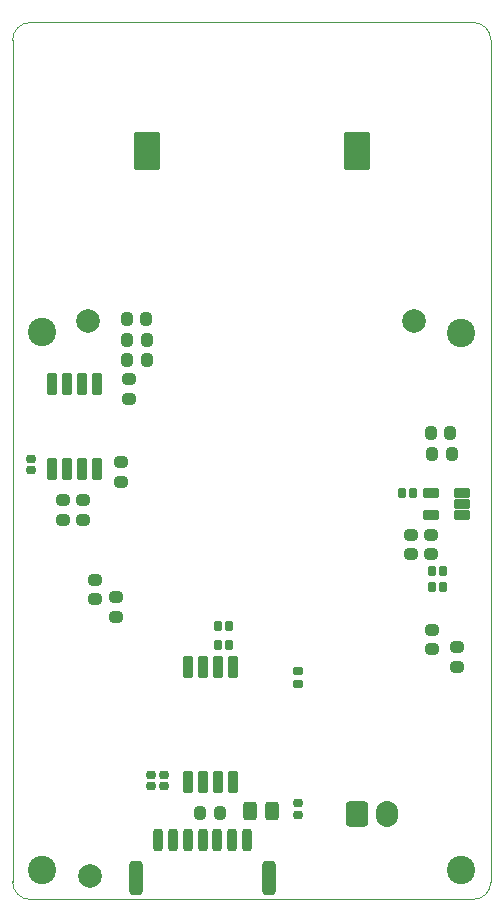
<source format=gbr>
%TF.GenerationSoftware,KiCad,Pcbnew,(7.0.0)*%
%TF.CreationDate,2023-07-13T15:07:20+05:30*%
%TF.ProjectId,EMO current sense INA190,454d4f20-6375-4727-9265-6e742073656e,1*%
%TF.SameCoordinates,Original*%
%TF.FileFunction,Soldermask,Bot*%
%TF.FilePolarity,Negative*%
%FSLAX46Y46*%
G04 Gerber Fmt 4.6, Leading zero omitted, Abs format (unit mm)*
G04 Created by KiCad (PCBNEW (7.0.0)) date 2023-07-13 15:07:20*
%MOMM*%
%LPD*%
G01*
G04 APERTURE LIST*
G04 Aperture macros list*
%AMRoundRect*
0 Rectangle with rounded corners*
0 $1 Rounding radius*
0 $2 $3 $4 $5 $6 $7 $8 $9 X,Y pos of 4 corners*
0 Add a 4 corners polygon primitive as box body*
4,1,4,$2,$3,$4,$5,$6,$7,$8,$9,$2,$3,0*
0 Add four circle primitives for the rounded corners*
1,1,$1+$1,$2,$3*
1,1,$1+$1,$4,$5*
1,1,$1+$1,$6,$7*
1,1,$1+$1,$8,$9*
0 Add four rect primitives between the rounded corners*
20,1,$1+$1,$2,$3,$4,$5,0*
20,1,$1+$1,$4,$5,$6,$7,0*
20,1,$1+$1,$6,$7,$8,$9,0*
20,1,$1+$1,$8,$9,$2,$3,0*%
G04 Aperture macros list end*
%ADD10C,2.400000*%
%ADD11RoundRect,0.100000X1.000000X1.500000X-1.000000X1.500000X-1.000000X-1.500000X1.000000X-1.500000X0*%
%ADD12RoundRect,0.100000X-1.000000X-1.500000X1.000000X-1.500000X1.000000X1.500000X-1.000000X1.500000X0*%
%ADD13RoundRect,0.300000X-0.275000X0.200000X-0.275000X-0.200000X0.275000X-0.200000X0.275000X0.200000X0*%
%ADD14RoundRect,0.240000X-0.140000X-0.170000X0.140000X-0.170000X0.140000X0.170000X-0.140000X0.170000X0*%
%ADD15RoundRect,0.240000X0.170000X-0.140000X0.170000X0.140000X-0.170000X0.140000X-0.170000X-0.140000X0*%
%ADD16RoundRect,0.100000X0.325000X0.825000X-0.325000X0.825000X-0.325000X-0.825000X0.325000X-0.825000X0*%
%ADD17RoundRect,0.250000X0.150000X0.700000X-0.150000X0.700000X-0.150000X-0.700000X0.150000X-0.700000X0*%
%ADD18RoundRect,0.350000X0.250000X1.100000X-0.250000X1.100000X-0.250000X-1.100000X0.250000X-1.100000X0*%
%ADD19RoundRect,0.300000X-0.200000X-0.275000X0.200000X-0.275000X0.200000X0.275000X-0.200000X0.275000X0*%
%ADD20RoundRect,0.240000X-0.170000X0.140000X-0.170000X-0.140000X0.170000X-0.140000X0.170000X0.140000X0*%
%ADD21C,2.000000*%
%ADD22RoundRect,0.100000X0.325000X0.800000X-0.325000X0.800000X-0.325000X-0.800000X0.325000X-0.800000X0*%
%ADD23RoundRect,0.300000X0.200000X0.275000X-0.200000X0.275000X-0.200000X-0.275000X0.200000X-0.275000X0*%
%ADD24RoundRect,0.100000X0.575000X-0.300000X0.575000X0.300000X-0.575000X0.300000X-0.575000X-0.300000X0*%
%ADD25RoundRect,0.300000X0.275000X-0.200000X0.275000X0.200000X-0.275000X0.200000X-0.275000X-0.200000X0*%
%ADD26RoundRect,0.235000X-0.185000X0.135000X-0.185000X-0.135000X0.185000X-0.135000X0.185000X0.135000X0*%
%ADD27RoundRect,0.350000X-0.600000X-0.750000X0.600000X-0.750000X0.600000X0.750000X-0.600000X0.750000X0*%
%ADD28O,1.900000X2.200000*%
%ADD29RoundRect,0.240000X0.140000X0.170000X-0.140000X0.170000X-0.140000X-0.170000X0.140000X-0.170000X0*%
%ADD30RoundRect,0.350000X0.262500X0.450000X-0.262500X0.450000X-0.262500X-0.450000X0.262500X-0.450000X0*%
%TA.AperFunction,Profile*%
%ADD31C,0.100000*%
%TD*%
G04 APERTURE END LIST*
D10*
%TO.C,H2*%
X191480000Y-98230000D03*
%TD*%
%TO.C,H1*%
X156030000Y-98230000D03*
%TD*%
%TO.C,H3*%
X191470000Y-52780000D03*
%TD*%
%TO.C,H4*%
X156020000Y-52720000D03*
%TD*%
D11*
%TO.C,J2*%
X182650000Y-37390000D03*
D12*
X164850000Y-37340000D03*
%TD*%
D13*
%TO.C,R13*%
X191160000Y-79415000D03*
X191160000Y-81065000D03*
%TD*%
D14*
%TO.C,C8*%
X170900000Y-79190000D03*
X171860000Y-79190000D03*
%TD*%
D15*
%TO.C,C16*%
X155060000Y-64420000D03*
X155060000Y-63460000D03*
%TD*%
D13*
%TO.C,R37*%
X162250000Y-75175000D03*
X162250000Y-76825000D03*
%TD*%
%TO.C,R38*%
X160500000Y-73675000D03*
X160500000Y-75325000D03*
%TD*%
D16*
%TO.C,U6*%
X156845000Y-57080000D03*
X158115000Y-57080000D03*
X159385000Y-57080000D03*
X160655000Y-57080000D03*
X160655000Y-64280000D03*
X159385000Y-64280000D03*
X158115000Y-64280000D03*
X156845000Y-64280000D03*
%TD*%
D17*
%TO.C,J5*%
X173340000Y-95730000D03*
X172090000Y-95730000D03*
X170840000Y-95730000D03*
X169590000Y-95730000D03*
X168340000Y-95730000D03*
X167090000Y-95730000D03*
X165840000Y-95730000D03*
D18*
X175190000Y-98930000D03*
X163990000Y-98930000D03*
%TD*%
D14*
%TO.C,C13*%
X188980000Y-72900000D03*
X189940000Y-72900000D03*
%TD*%
D19*
%TO.C,R33*%
X163215000Y-53350000D03*
X164865000Y-53350000D03*
%TD*%
D20*
%TO.C,C21*%
X166310000Y-90200000D03*
X166310000Y-91160000D03*
%TD*%
D21*
%TO.C,FID6*%
X187490000Y-51790000D03*
%TD*%
D20*
%TO.C,C23*%
X177640000Y-92600000D03*
X177640000Y-93560000D03*
%TD*%
D22*
%TO.C,U1*%
X168335000Y-81090000D03*
X169605000Y-81090000D03*
X170875000Y-81090000D03*
X172145000Y-81090000D03*
X172145000Y-90790000D03*
X170875000Y-90790000D03*
X169605000Y-90790000D03*
X168335000Y-90790000D03*
%TD*%
D23*
%TO.C,R28*%
X190575000Y-61250000D03*
X188925000Y-61250000D03*
%TD*%
D13*
%TO.C,R39*%
X188940000Y-69865000D03*
X188940000Y-71515000D03*
%TD*%
%TO.C,R34*%
X163350000Y-56695000D03*
X163350000Y-58345000D03*
%TD*%
D24*
%TO.C,U8*%
X191560000Y-66300000D03*
X191560000Y-67250000D03*
X191560000Y-68200000D03*
X188960000Y-68200000D03*
X188960000Y-66300000D03*
%TD*%
D21*
%TO.C,FID4*%
X160040000Y-98750000D03*
%TD*%
D25*
%TO.C,R27*%
X187270000Y-71535000D03*
X187270000Y-69885000D03*
%TD*%
D13*
%TO.C,R35*%
X157810000Y-66955000D03*
X157810000Y-68605000D03*
%TD*%
%TO.C,R32*%
X162670000Y-63745000D03*
X162670000Y-65395000D03*
%TD*%
D14*
%TO.C,C2*%
X188980000Y-74270000D03*
X189940000Y-74270000D03*
%TD*%
D19*
%TO.C,R6*%
X189035000Y-63020000D03*
X190685000Y-63020000D03*
%TD*%
%TO.C,R29*%
X163215000Y-55090000D03*
X164865000Y-55090000D03*
%TD*%
%TO.C,R30*%
X163185000Y-51610000D03*
X164835000Y-51610000D03*
%TD*%
D14*
%TO.C,C14*%
X186480000Y-66300000D03*
X187440000Y-66300000D03*
%TD*%
D26*
%TO.C,R3*%
X177680000Y-81450000D03*
X177680000Y-82470000D03*
%TD*%
D20*
%TO.C,C9*%
X165230000Y-90200000D03*
X165230000Y-91160000D03*
%TD*%
D27*
%TO.C,J3*%
X182660000Y-93542500D03*
D28*
X185159999Y-93542499D03*
%TD*%
D23*
%TO.C,R36*%
X171035000Y-93470000D03*
X169385000Y-93470000D03*
%TD*%
D13*
%TO.C,R12*%
X189000000Y-77925000D03*
X189000000Y-79575000D03*
%TD*%
D29*
%TO.C,C22*%
X171860000Y-77610000D03*
X170900000Y-77610000D03*
%TD*%
D30*
%TO.C,R23*%
X175432500Y-93230000D03*
X173607500Y-93230000D03*
%TD*%
D25*
%TO.C,R31*%
X159450000Y-68585000D03*
X159450000Y-66935000D03*
%TD*%
D21*
%TO.C,FID5*%
X159890000Y-51760000D03*
%TD*%
D31*
X155000000Y-100750000D02*
X192500000Y-100750000D01*
X155000000Y-26500000D02*
X192500000Y-26500000D01*
X153500000Y-47500000D02*
X153500000Y-99250000D01*
X153500000Y-99250000D02*
G75*
G03*
X155000000Y-100750000I1500000J0D01*
G01*
X194000000Y-48375000D02*
X194000000Y-99250000D01*
X192500000Y-100750000D02*
G75*
G03*
X194000000Y-99250000I0J1500000D01*
G01*
X155000000Y-26500000D02*
G75*
G03*
X153500000Y-28000000I0J-1500000D01*
G01*
X194000000Y-28000000D02*
G75*
G03*
X192500000Y-26500000I-1500000J0D01*
G01*
X153500000Y-47500000D02*
X153500000Y-28000000D01*
X194000000Y-28000000D02*
X194000000Y-48375000D01*
M02*

</source>
